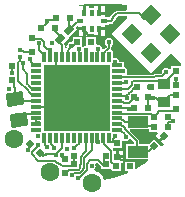
<source format=gtl>
%FSTAX23Y23*%
%MOIN*%
%SFA1B1*%

%IPPOS*%
%AMD18*
4,1,4,-0.024100,-0.027200,0.032000,-0.017300,0.024100,0.027200,-0.032000,0.017300,-0.024100,-0.027200,0.0*
%
%AMD20*
4,1,4,0.002100,0.018700,-0.018700,-0.002100,-0.002100,-0.018700,0.018700,0.002100,0.002100,0.018700,0.0*
%
%AMD24*
4,1,4,-0.034800,0.000000,0.000000,-0.034800,0.034800,0.000000,0.000000,0.034800,-0.034800,0.000000,0.0*
%
%AMD27*
4,1,4,0.000000,-0.015300,0.015300,0.000000,0.000000,0.015300,-0.015300,0.000000,0.000000,-0.015300,0.0*
%
%AMD28*
4,1,4,-0.015300,0.000000,0.000000,-0.015300,0.015300,0.000000,0.000000,0.015300,-0.015300,0.000000,0.0*
%
%ADD14C,0.006000*%
%ADD15R,0.224410X0.224410*%
%ADD16R,0.011810X0.033470*%
%ADD17R,0.033470X0.011810*%
G04~CAMADD=18~9~0.0~0.0~570.9~452.8~0.0~0.0~0~0.0~0.0~0.0~0.0~0~0.0~0.0~0.0~0.0~0~0.0~0.0~0.0~190.0~640.0~543.0*
%ADD18D18*%
%ADD19R,0.039370X0.035430*%
G04~CAMADD=20~9~0.0~0.0~295.3~236.2~0.0~0.0~0~0.0~0.0~0.0~0.0~0~0.0~0.0~0.0~0.0~0~0.0~0.0~0.0~45.0~374.0~373.0*
%ADD20D20*%
%ADD21R,0.021650X0.021650*%
%ADD22R,0.070870X0.039370*%
%ADD23R,0.021650X0.021650*%
G04~CAMADD=24~10~0.0~492.1~0.0~0.0~0.0~0.0~0~0.0~0.0~0.0~0.0~0~0.0~0.0~0.0~0.0~0~0.0~0.0~0.0~135.0~492.1~0.0*
%ADD24D24*%
%ADD25R,0.015750X0.023620*%
%ADD26R,0.023620X0.015750*%
G04~CAMADD=27~10~0.0~216.5~0.0~0.0~0.0~0.0~0~0.0~0.0~0.0~0.0~0~0.0~0.0~0.0~0.0~0~0.0~0.0~0.0~225.0~216.5~0.0*
%ADD27D27*%
G04~CAMADD=28~10~0.0~216.5~0.0~0.0~0.0~0.0~0~0.0~0.0~0.0~0.0~0~0.0~0.0~0.0~0.0~0~0.0~0.0~0.0~135.0~216.5~0.0*
%ADD28D28*%
%ADD45C,0.005000*%
%ADD46C,0.008000*%
%ADD47C,0.004000*%
%ADD48C,0.017720*%
%ADD49C,0.062990*%
%LNkoosh_main_board_v1_2-1*%
%LPD*%
G36*
X00442Y00136D02*
Y00129D01*
X00413*
Y0008*
X00486*
X00488Y00075*
X00483Y0007*
X00457Y00052*
X00448Y00047*
X00443Y0005*
Y0007*
X00412*
Y00039*
X0042*
X00421Y00034*
X00401Y00025*
X0037Y00016*
X0034Y00011*
X00336Y0002*
X00329Y00029*
X0032Y00036*
X0031Y0004*
X00309Y0004*
X00308Y00045*
X00309Y00046*
X00312Y00051*
X00313Y00056*
X00312Y00061*
X00312Y00062*
X00315Y00066*
X00319Y00066*
X00331Y00055*
Y00046*
X00362*
X00366Y00042*
Y00039*
X00397*
Y00066*
X00405*
Y00082*
X00385*
Y00087*
X0038*
Y00107*
X00372*
X00372Y00108*
X0037Y00111*
Y00111*
X00369Y00112*
X00371Y00117*
X004*
Y00138*
X00405Y0014*
X00407Y00139*
X00413Y00138*
X00418Y00139*
X00423Y00142*
X00425Y00146*
X00431Y00147*
X00442Y00136*
G37*
G36*
X00491Y00169D02*
X00517D01*
X00519Y00164*
X00511Y00156*
X00523Y00145*
X00537Y00159*
X00544Y00152*
X0053Y00138*
X00539Y00128*
X00536Y00123*
X0053Y00124*
X00508Y00146*
X00492Y00129*
X00457*
Y0014*
X00457Y00142*
X00455Y00145*
X00426Y00173*
X00428Y00178*
X00491*
Y00169*
G37*
G36*
X00416Y00578D02*
X00414Y00574D01*
X00384*
X0038Y00573*
X00377Y00571*
X00365Y00559*
X00363Y00556*
X00363Y00555*
X00358Y00552*
X00358Y00552*
X00356Y00552*
X00343*
Y00561*
X00325*
Y00566*
X0032*
Y00588*
X00307*
Y00583*
X00292*
Y00588*
X00279*
Y00566*
X00269*
Y00588*
X00259*
X00258Y00593*
X00287Y00596*
X00303*
X00398*
X00416Y00578*
G37*
G36*
X00418Y00551D02*
X00368Y00501D01*
X00367Y00498*
X00366Y00497*
X00368Y00493*
X00368*
X00493Y00368*
X00496Y00367*
X00497Y00366*
X00501Y00368*
X00564Y0043*
X00596Y00398*
Y00393*
X00595Y00388*
X00564*
Y0038*
X00559Y00379*
X00558Y0038*
X00553Y00383*
X00548Y00384*
X00542Y00383*
X00538Y0038*
X00535Y00376*
X00533Y0037*
X00534Y00367*
X0053Y00364*
X00512*
X00509Y00363*
X00506Y00362*
X00505Y0036*
X00418*
X00416Y00365*
X00417Y00367*
X00418Y00372*
X00417Y00378*
X00414Y00382*
X00409Y00385*
X00407Y00386*
Y00403*
X00392*
X00391Y00408*
X00388Y00413*
X00383Y00416*
X00378Y00417*
X00374Y00416*
X00369Y00419*
Y00441*
X00366*
X00364Y00446*
X00364Y00449*
Y00451*
X00365Y00452*
X00366Y00455*
Y00455*
Y00457*
X00368Y00459*
X00371Y00463*
X00372Y00469*
X00371Y00474*
X00368Y00479*
X00363Y00482*
X00358Y00483*
X00352Y00482*
X00348Y00479*
X00345Y00474*
X00344Y00469*
X00345Y00463*
X00348Y00459*
X0035Y00457*
X0035Y00456*
X00349Y00453*
Y00452*
X00348Y00451*
X00346Y00451*
X00343Y00449*
X00339Y00445*
X00339Y00445*
X00334Y00447*
X00334Y00447*
X00333Y00452*
X0033Y00457*
X00326Y0046*
X0032Y00461*
X00318Y00461*
X00313Y00465*
Y00485*
X00282*
Y00458*
X0028Y00457*
X00274Y00456*
X00272Y00454*
X00267Y00457*
Y00485*
X00236*
Y00472*
X00231Y00468*
X0023Y00469*
X00224Y00468*
X0022Y00464*
X00216Y0046*
X00215Y00455*
X00216Y00452*
X00214Y0045*
X00209Y00452*
X00209Y00452*
X00209Y00452*
Y0046*
X00208Y00463*
X00206Y00466*
Y00467*
X0022Y00481*
X00223Y00484*
X00251Y00512*
X00245Y00517*
X00251Y00523*
X00256Y00521*
Y00518*
X00274*
Y00513*
X00279*
Y00491*
X00292*
Y00496*
X00307*
Y00491*
X0032*
Y00513*
X00325*
Y00518*
X00343*
Y00527*
X00356*
Y0053*
X00363*
X00366Y00531*
X00369Y00533*
X00378Y00542*
X0038Y00545*
X00381Y00548*
Y00549*
X00388Y00555*
X00416*
X00418Y00551*
G37*
%LNkoosh_main_board_v1_2-2*%
%LPC*%
G36*
X00405Y00107D02*
X0039D01*
Y00092*
X00405*
Y00107*
G37*
G36*
X00343Y00588D02*
X0033D01*
Y00571*
X00343*
Y00588*
G37*
G36*
Y00508D02*
X0033D01*
Y00491*
X00343*
Y00508*
G37*
G36*
X00269D02*
X00256D01*
Y00491*
X00269*
Y00508*
G37*
%LNkoosh_main_board_v1_2-3*%
%LPD*%
G54D14*
X00421Y00248D02*
X00423Y00246D01*
X00417Y00248D02*
X00421D01*
X00423Y00248D02*
X0044D01*
X00423Y00299D02*
X00427Y00303D01*
X00423Y00297D02*
Y00299D01*
X00416Y0029D02*
X00417Y00289D01*
X00385Y00294D02*
X00389Y0029D01*
X00418Y00292D02*
X00423Y00297D01*
X00427Y00303D02*
X00429D01*
X00417Y00292D02*
X00418D01*
X0041Y0029D02*
X00412Y0029D01*
X00389Y0029D02*
X0041D01*
X00429Y00303D02*
X00442Y00316D01*
X00412Y0029D02*
X00413Y00291D01*
X00414Y00292D02*
X00417D01*
X00413Y00291D02*
X00414Y00292D01*
X00405Y00268D02*
X00408Y00265D01*
X00424D02*
X00442Y00283D01*
X00408Y00265D02*
X00424D01*
X00442Y00283D02*
Y00285D01*
X00417Y00282D02*
Y00289D01*
X00402Y00268D02*
X00405D01*
X00396Y00274D02*
X00402Y00268D01*
X0044Y00248D02*
X00442Y0025D01*
X00416D02*
X00417Y00248D01*
X00385Y00254D02*
X00396D01*
X00401Y0025*
X00416*
X00385Y00274D02*
X00396D01*
G54D15*
X0025Y00284D03*
G54D16*
X00358Y00148D03*
X00338D03*
X00318D03*
X00299D03*
X00279D03*
X00259D03*
X0024D03*
X0022D03*
X002D03*
X00181D03*
X00161D03*
X00141D03*
Y0042D03*
X00161D03*
X00181D03*
X002D03*
X0022D03*
X0024D03*
X00259D03*
X00279D03*
X00299D03*
X00318D03*
X00338D03*
X00358D03*
G54D17*
X00114Y00175D03*
Y00195D03*
Y00215D03*
Y00234D03*
Y00254D03*
Y00274D03*
Y00294D03*
Y00313D03*
Y00333D03*
Y00353D03*
Y00372D03*
Y00392D03*
X00385D03*
Y00372D03*
Y00353D03*
Y00333D03*
Y00313D03*
Y00294D03*
Y00274D03*
Y00254D03*
Y00234D03*
Y00215D03*
Y00195D03*
Y00175D03*
G54D18*
X00057Y0021D03*
X00045Y00279D03*
G54D19*
X0054Y00268D03*
Y00331D03*
G54D20*
X00194Y00479D03*
X00225Y0051D03*
G54D21*
X00242Y00091D03*
Y00062D03*
X00347D03*
Y00091D03*
X00442Y00285D03*
X00488D03*
Y0025D03*
X00442D03*
X00553Y0022D03*
X00507D03*
X00428Y00055D03*
X00382D03*
X00498Y0032D03*
X00452D03*
X00298Y0047D03*
X00252D03*
X00553Y00185D03*
X00507D03*
X00132Y00515D03*
X00178D03*
X00228Y0055D03*
X00182D03*
G54D22*
X00454Y00203D03*
Y00104D03*
G54D23*
X0058Y00293D03*
Y00247D03*
X0021Y00078D03*
Y00032D03*
X001Y00437D03*
Y00483D03*
X00385Y00087D03*
Y00133D03*
X0058Y00327D03*
Y00373D03*
X00035Y00388D03*
Y00342D03*
G54D24*
X00497Y0056D03*
X00434Y00497D03*
X0056D03*
X00497Y00434D03*
G54D25*
X00274Y00566D03*
X003D03*
X00325D03*
X00274Y00513D03*
X003D03*
X00325D03*
G54D26*
X00339Y0054D03*
X0026D03*
G54D27*
X00093Y00131D03*
X00126Y00098D03*
G54D28*
X00541Y00156D03*
X00508Y00123D03*
G54D45*
X00283Y00044D02*
D01*
X00283Y00043*
X00282Y00043*
X00282Y00043*
X00282Y00043*
X00281Y00042*
Y00042*
X00165Y00074D02*
X00165Y00074D01*
X00141Y00074D02*
X00165D01*
X0014Y00073D02*
X00141Y00074D01*
X00152Y00118D02*
Y00118D01*
X00202Y00085D02*
Y00092D01*
X00228Y00043D02*
X00256D01*
X00227Y00045D02*
X00228Y00043D01*
X00226Y00045D02*
X00227D01*
X00222Y0004D02*
X00226Y00045D01*
X00218Y0004D02*
X00222D01*
X00253Y00015D02*
X00254D01*
X00175Y00118D02*
X00175Y00117D01*
X00143Y00127D02*
X00152Y00118D01*
X00164Y00129D02*
X00175Y00118D01*
X00164Y00129D02*
Y00144D01*
X00188Y00067D02*
X00196Y00059D01*
X00183Y00067D02*
X00188D01*
X00176Y00074D02*
X00183Y00067D01*
X00165Y00074D02*
X00176D01*
X00165Y00074D02*
X00165Y00074D01*
X00235Y00027D02*
X00241Y00033D01*
X00202Y00085D02*
X0021Y00078D01*
X00175Y00118D02*
Y00118D01*
X00143Y00127D02*
Y00146D01*
X0026Y00033D02*
X00271Y00044D01*
X00241Y00033D02*
X0026D01*
X00161Y00148D02*
X00164Y00144D01*
X00141Y00148D02*
X00143Y00146D01*
X00258Y00421D02*
X00259Y0042D01*
X00258Y00421D02*
Y00443D01*
X00256Y00445D02*
X00258Y00443D01*
X00259Y0042D02*
X0026Y0042D01*
Y00435*
X00279Y00443D02*
X0028D01*
X00279Y00443D02*
X00279Y00443D01*
X00279Y0042D02*
Y00443D01*
X00319Y00446D02*
X0032Y00447D01*
X00358Y00469D02*
X00358Y00469D01*
X00252Y00016D02*
X00253Y00015D01*
X00256Y00043D02*
X00261Y00048D01*
X00255Y00015D02*
X00263Y00023D01*
X00252Y00016D02*
Y00017D01*
X00263Y00023D02*
X00264D01*
X00281Y0004D02*
Y00041D01*
X00271Y00046D02*
X00272Y00047D01*
X00273Y00048*
Y00083D02*
X00299Y00109D01*
X00271Y00044D02*
Y00046D01*
X00273Y00048D02*
Y00083D01*
X00283Y00044D02*
Y00063D01*
X00261Y00048D02*
Y0006D01*
X00264Y00023D02*
X00281Y0004D01*
Y00041D02*
X00281Y00042D01*
X00261Y0006D02*
X00263Y00062D01*
X00283Y00063D02*
X00295Y00075D01*
X00321*
X0021Y00032D02*
X00218Y0004D01*
X00263Y00062D02*
Y00087D01*
X00274Y00098D02*
Y00099D01*
X00263Y00087D02*
X00274Y00098D01*
X00341Y00129D02*
X00365Y00105D01*
X00341Y00129D02*
Y00144D01*
X00365Y00071D02*
Y00105D01*
Y00071D02*
X00382Y00055D01*
X00338Y00148D02*
X00341Y00144D01*
X00299Y00109D02*
Y00148D01*
X00321Y00075D02*
X00339Y00057D01*
X0024Y00115D02*
X0024D01*
X00203Y00055D02*
X00237D01*
X00198Y00059D02*
X00203Y00055D01*
X00196Y00059D02*
X00198D01*
X00242Y00055D02*
Y00079D01*
X00455Y00065D02*
Y00072D01*
X00456Y00073*
X00385Y00333D02*
X00386Y00334D01*
X00414*
X00415Y00335*
X0042Y00313D02*
X00433Y00326D01*
Y00335*
X00436Y00338*
X0046*
X00534Y00356D02*
X00548Y0037D01*
X00377Y00313D02*
X0042D01*
X00523Y00338D02*
X00534Y00327D01*
X0046Y00338D02*
X00523D01*
X00385Y00353D02*
X00508D01*
X00512Y00356*
X00534*
X00318Y0042D02*
X00319Y0042D01*
Y00446*
X00358Y00455D02*
Y00469D01*
X00357Y00453D02*
X00358Y00455D01*
X00338Y0043D02*
X00343Y00435D01*
X00344Y00437D02*
Y00439D01*
X00343Y00435D02*
Y00435D01*
X00344Y00437*
X00338Y0042D02*
Y0043D01*
X00344Y00439D02*
X00349Y00444D01*
X00351*
X00357Y00449*
Y00453*
X00517Y0023D02*
D01*
X00525Y00238D02*
X00571D01*
X00517Y0023D02*
X00525Y00238D01*
X00507Y0022D02*
X00517Y0023D01*
X00571Y00238D02*
X0058Y00247D01*
X0046Y00338D02*
X0046Y00338D01*
X00536Y00326D02*
X00552Y00341D01*
X00535Y00326D02*
X00536D01*
X00552Y00341D02*
Y00343D01*
X00571Y00363*
Y00364*
X0058Y00373*
X00413Y00176D02*
X0045Y0014D01*
X00385Y00195D02*
X00396D01*
X0045Y00105D02*
Y0014D01*
X00385Y00194D02*
X00393D01*
X00055Y00339D02*
Y00404D01*
X0007Y00378D02*
X00085Y00363D01*
Y00331D02*
Y00363D01*
X0007Y00378D02*
Y00395D01*
X00085Y00331D02*
X0009Y00326D01*
X0007Y00395D02*
X00072Y00398D01*
X00059Y00419D02*
X0006Y0042D01*
X00073Y00437D02*
X001D01*
X00062Y00447D02*
X00073Y00437D01*
X00059Y00407D02*
Y00419D01*
X00055Y00404D02*
X00059Y00407D01*
X00055Y00339D02*
X00089Y00305D01*
Y00304D02*
Y00305D01*
Y00304D02*
X00094Y003D01*
X00103Y0048D02*
X00116D01*
X00118Y00481*
X00131*
X00141Y00471*
X00042Y0032D02*
Y00334D01*
Y0032D02*
X00045Y00317D01*
Y00287D02*
Y00317D01*
X00035Y00342D02*
X00042Y00334D01*
X00045Y00287D02*
X00057Y00274D01*
X0011Y00297D02*
X00114Y00294D01*
X00097Y00297D02*
X0011D01*
X00094Y003D02*
X00097Y00297D01*
X00094Y003D02*
X00094D01*
X00057Y00274D02*
X00114D01*
X0011Y00317D02*
X00114Y00313D01*
X0009Y00322D02*
Y00326D01*
X00098Y00317D02*
X0011D01*
X00094Y00318D02*
X00097D01*
X0009Y00322D02*
X00094Y00318D01*
X00097D02*
X00098Y00317D01*
X00141Y00457D02*
Y00471D01*
Y00457D02*
X00151Y00447D01*
X00151*
X001Y00483D02*
X00103Y0048D01*
X00396Y00195D02*
X00402Y00189D01*
X00405*
X0041Y00184*
Y00179D02*
Y00184D01*
Y00179D02*
X00413Y00176D01*
X00451Y00203D02*
X00454D01*
X00411D02*
X00451D01*
X00405Y00208D02*
X00411Y00203D01*
X00403Y00208D02*
X00405D01*
X004Y00211D02*
X00403Y00208D01*
X004Y00211D02*
X004D01*
X00397Y00213D02*
X004Y00211D01*
X00397Y00213D02*
Y00214D01*
X00496Y0023D02*
X00507Y0022D01*
X00413Y0023D02*
X00496D01*
X00396Y00234D02*
X00402Y00228D01*
X00411*
X00413Y0023*
X00385Y00234D02*
X00396D01*
X00256Y00134D02*
X00257Y00135D01*
X00256Y00131D02*
Y00134D01*
X00253Y00128D02*
X00256Y00131D01*
X00253Y00128D02*
Y00128D01*
X0024Y00115D02*
X00253Y00128D01*
X0045Y00105D02*
X0049D01*
X00413Y00176D02*
D01*
X00455Y00075D02*
X00456Y00073D01*
X00385Y00087D02*
X00397Y00075D01*
X00455*
X00279Y00105D02*
Y00148D01*
X00274Y00099D02*
X00279Y00105D01*
X00045Y00229D02*
X00097D01*
X00103Y00234*
X00114*
X0049Y00105D02*
X00508Y00123D01*
G54D46*
X00178Y00095D02*
X0018D01*
X00148D02*
X00178D01*
X00179Y00093*
X0018Y00095D02*
X002Y00115D01*
X00122Y00074D02*
X00129D01*
X00101Y00095D02*
X00122Y00074D01*
X00129D02*
X00131Y00073D01*
X00101Y00095D02*
Y00102D01*
X00118Y00118*
X00086Y00111D02*
X00088Y00113D01*
X002Y00115D02*
Y00148D01*
X00131Y00073D02*
X0014D01*
X00118Y00118D02*
Y0012D01*
X00093Y00121D02*
Y00131D01*
X00088Y00116D02*
X00093Y00121D01*
X00122Y00125D02*
Y00127D01*
X00088Y00113D02*
Y00116D01*
X00118Y0012D02*
X00122Y00125D01*
X00138Y0009D02*
X00143Y00095D01*
X00132Y00096D02*
X00138Y0009D01*
X00146Y00092D02*
X00148Y00095D01*
X002Y00148D02*
X002Y00148D01*
X00143Y00095D02*
X00146Y00092D01*
X00342Y0006D02*
Y00089D01*
X00126Y00096D02*
X00132D01*
X00121Y00197D02*
Y00198D01*
Y00197D02*
X00123Y00195D01*
X00513Y00283D02*
X00531Y00265D01*
X00559Y00293D02*
X0058D01*
X0055Y00284D02*
X00559Y00293D01*
X0055Y00282D02*
Y00284D01*
X00536Y00268D02*
X0055Y00282D01*
X00535Y00268D02*
X00536D01*
X0058Y00327D02*
Y00345D01*
X00504Y00284D02*
X00504Y00284D01*
X00095Y00412D02*
X00096Y0041D01*
X00034Y00387D02*
X00035Y00388D01*
X00034Y00367D02*
Y00387D01*
X00096Y00403D02*
X00105Y00395D01*
X00096Y00403D02*
Y0041D01*
X00125Y00444D02*
Y00465D01*
X00274Y00566D02*
X00278Y0057D01*
Y00577*
X0028Y00579*
X0017Y00543D02*
X00177Y0055D01*
X00158Y00543D02*
X0017D01*
X00153Y00538D02*
X00158Y00543D01*
X00151Y00538D02*
X00153D01*
X00132Y00515D02*
X0015Y00533D01*
X00193Y00467D02*
Y00478D01*
Y00467D02*
X002Y0046D01*
X00227Y00512D02*
X00251Y00536D01*
X00225Y0051D02*
X00227Y00512D01*
X00251Y00536D02*
X00256D01*
X0026Y0054*
X00227Y00512D02*
Y00523D01*
X00225Y00525D02*
X00227Y00523D01*
X00225Y00525D02*
Y00547D01*
X00223Y0055D02*
X00225Y00547D01*
X00194Y00479D02*
Y00488D01*
X00173Y0051D02*
X00194Y00488D01*
X00193Y00478D02*
X00194Y00479D01*
X002Y0045D02*
Y0046D01*
Y0045D02*
X002Y00449D01*
Y0042D02*
Y00449D01*
X00141Y0042D02*
Y00428D01*
X00222Y00421D02*
Y00442D01*
X00243Y00463D02*
X00245D01*
X00222Y00442D02*
X00243Y00463D01*
X00245D02*
X00252Y0047D01*
X00123Y00443D02*
X00125Y00444D01*
X00289Y00491D02*
X0032D01*
X00323Y00511D02*
X00325Y00513D01*
X00323Y00494D02*
Y00511D01*
X0032Y00491D02*
X00323Y00494D01*
X00274Y00509D02*
Y00513D01*
Y00509D02*
X00278Y00505D01*
X00278*
X00283Y005*
Y00497D02*
Y005D01*
Y00497D02*
X00289Y00491D01*
X00451Y00203D02*
X00464Y0019D01*
X00378Y00153D02*
Y00155D01*
X0041Y00155D02*
X00413Y00152D01*
X0041Y00155D02*
Y00162D01*
X0037Y00145D02*
X00378Y00153D01*
X0037Y00136D02*
X00376D01*
X00361D02*
X0037D01*
Y00145*
X00379Y00174D02*
X00398D01*
X0041Y00162*
X00274Y00566D02*
Y0057D01*
X0027Y00574D02*
X00274Y0057D01*
X00568Y00203D02*
X0057Y00205D01*
X00546Y00178D02*
X00553Y00185D01*
Y00202*
X00561Y00203D02*
X00568D01*
X0056Y00202D02*
X00561Y00203D01*
X00553Y00202D02*
X0056D01*
X00488Y00284D02*
X00504D01*
X00488Y00285D02*
X00488Y00284D01*
X00123Y00195D02*
X00123Y00195D01*
X00114Y00198D02*
Y00215D01*
X00123Y00195D02*
X00123D01*
X00105D02*
X00123D01*
X00123Y00195D02*
X00123D01*
X00123Y00195D02*
X00123Y00195D01*
X00105Y00195D02*
X00105Y00195D01*
X00505Y00283D02*
X00513D01*
X00179Y00409D02*
Y0042D01*
X00105Y00254D02*
X00212D01*
X0022Y0042D02*
X00222Y00421D01*
X00488Y00255D02*
Y00285D01*
X00363Y0054D02*
X00372Y00548D01*
X00339Y0054D02*
X00363D01*
X00155Y00315D02*
Y00356D01*
X00153Y00357D02*
X00155Y00356D01*
X00372Y00552D02*
X00384Y00565D01*
X00474Y00547D02*
X00485D01*
X00457Y00565D02*
X00474Y00547D01*
X00384Y00565D02*
X00457D01*
X00372Y00548D02*
Y00552D01*
X00179Y00409D02*
X00181Y00407D01*
Y00344D02*
Y00407D01*
Y00344D02*
X00241Y00284D01*
X0014Y00426D02*
X00141Y00428D01*
X00123Y00443D02*
X0014Y00426D01*
D01*
X00464Y0019D02*
X00507D01*
X00212Y00254D02*
X00241Y00284D01*
X00376Y00136D02*
X0038Y00133D01*
X00361Y00136D02*
X00361Y00136D01*
G54D47*
X00378Y00214D02*
X00397D01*
X00377Y00215D02*
X00378Y00214D01*
G54D48*
X00179Y00093D03*
X00152Y00118D03*
X00181Y00158D03*
X00202Y00092D03*
X00254Y00015D03*
X00175Y00117D03*
X00086Y00111D03*
X0022Y00155D03*
X00218Y00114D03*
X00241Y00117D03*
X00235Y00027D03*
X00121Y00156D03*
X00122Y00127D03*
X00024Y00313D03*
X00256Y00445D03*
X0023Y00455D03*
X0028Y00443D03*
X0032Y00447D03*
X00358Y00469D03*
X0036Y00495D03*
X004Y00445D03*
X0038Y00467D03*
X00299Y00056D03*
X00121Y00198D03*
X00155Y00317D03*
X00455Y00065D03*
X00415Y00335D03*
X00548Y0037D03*
X00423Y00246D03*
X00417Y00282D03*
X00404Y00372D03*
X00378Y00403D03*
X00424Y00421D03*
X00299Y0042D03*
X00445Y004D03*
X0058Y00345D03*
X0047Y00375D03*
X0052D03*
X00491Y00319D03*
X00504Y00284D03*
X0045Y0028D03*
X0016Y00443D03*
X00034Y00367D03*
X0019Y0038D03*
X00255Y0035D03*
X00072Y00398D03*
X0006Y0042D03*
X00062Y00442D03*
X00095Y00412D03*
X00125Y00465D03*
X00168Y00215D03*
X00151Y00538D03*
X00167Y00466D03*
X0038Y0003D03*
X00319Y00135D03*
X00378Y00155D03*
X00413Y00152D03*
X0057Y00205D03*
X00481Y00144D03*
X00175Y00185D03*
X00291Y00349D03*
X0033Y0035D03*
X00286Y00294D03*
X00196Y00274D03*
X00346Y00184D03*
X0039Y00541D03*
X0041Y00586D03*
X00365D03*
Y00516D03*
X0055Y004D03*
G54D49*
X0004Y00145D03*
X0016Y00035D03*
X003Y0D03*
M02*
</source>
